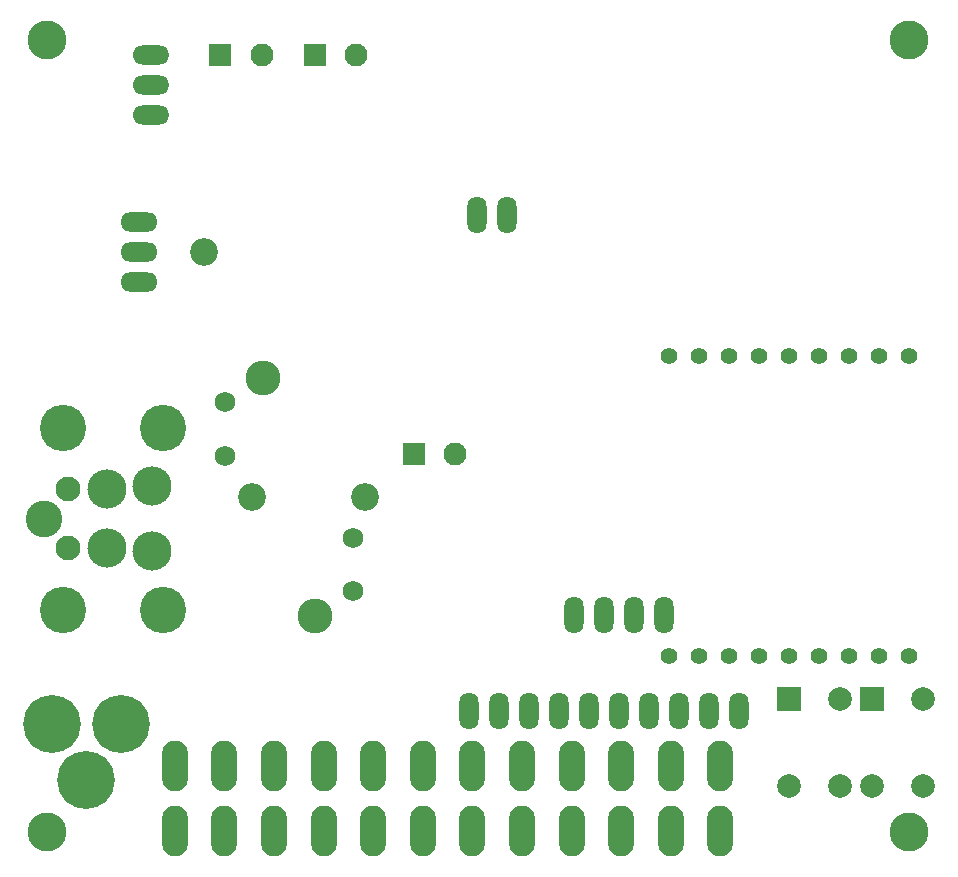
<source format=gbs>
%TF.GenerationSoftware,KiCad,Pcbnew,(5.1.6-0-10_14)*%
%TF.CreationDate,2021-04-16T11:15:05+09:00*%
%TF.ProjectId,NinjaPCB_ver2.2,4e696e6a-6150-4434-925f-766572322e32,rev?*%
%TF.SameCoordinates,Original*%
%TF.FileFunction,Soldermask,Bot*%
%TF.FilePolarity,Negative*%
%FSLAX46Y46*%
G04 Gerber Fmt 4.6, Leading zero omitted, Abs format (unit mm)*
G04 Created by KiCad (PCBNEW (5.1.6-0-10_14)) date 2021-04-16 11:15:05*
%MOMM*%
%LPD*%
G01*
G04 APERTURE LIST*
%ADD10C,3.300000*%
%ADD11C,1.951600*%
%ADD12R,1.951600X1.951600*%
%ADD13O,3.117600X1.609600*%
%ADD14O,2.201600X4.301600*%
%ADD15C,2.006600*%
%ADD16R,2.006600X2.006600*%
%ADD17O,1.625600X3.149600*%
%ADD18C,4.901600*%
%ADD19C,2.951600*%
%ADD20C,1.751600*%
%ADD21C,2.351600*%
%ADD22O,3.149600X1.625600*%
%ADD23C,1.409600*%
%ADD24C,2.100000*%
%ADD25C,3.917600*%
%ADD26C,3.101600*%
%ADD27C,3.317600*%
G04 APERTURE END LIST*
D10*
%TO.C,@HOLE0*%
X112001100Y-138503600D03*
%TD*%
%TO.C,@HOLE1*%
X112001100Y-71503600D03*
%TD*%
%TO.C,@HOLE2*%
X185001100Y-71503600D03*
%TD*%
%TO.C,@HOLE3*%
X185001100Y-138503600D03*
%TD*%
D11*
%TO.C,HEATER_POWER1*%
X130158900Y-72722800D03*
D12*
X126658900Y-72722800D03*
%TD*%
D11*
%TO.C,HEATER_TEMP1*%
X138158900Y-72722800D03*
D12*
X134658900Y-72722800D03*
%TD*%
D13*
%TO.C,FAN1*%
X120828500Y-77858000D03*
X120828500Y-75318000D03*
X120828500Y-72778000D03*
%TD*%
D14*
%TO.C,ATX1*%
X122810300Y-138431000D03*
X127010300Y-138431000D03*
X122810300Y-132931000D03*
X131210300Y-138431000D03*
X135410300Y-138431000D03*
X139610300Y-138431000D03*
X143810300Y-138431000D03*
X148010300Y-138431000D03*
X152210300Y-138431000D03*
X156410300Y-138431000D03*
X160610300Y-138431000D03*
X164810300Y-138431000D03*
X169010300Y-138431000D03*
X127010300Y-132931000D03*
X131210300Y-132931000D03*
X135410300Y-132931000D03*
X139610300Y-132931000D03*
X143810300Y-132931000D03*
X148010300Y-132931000D03*
X152210300Y-132931000D03*
X156410300Y-132931000D03*
X160610300Y-132931000D03*
X164810300Y-132931000D03*
X169010300Y-132931000D03*
%TD*%
D15*
%TO.C,RST1*%
X181842100Y-134686600D03*
X186160100Y-134686600D03*
X186160100Y-127320600D03*
D16*
X181842100Y-127320600D03*
%TD*%
D15*
%TO.C,MODE1*%
X174842100Y-134686600D03*
X179160100Y-134686600D03*
X179160100Y-127320600D03*
D16*
X174842100Y-127320600D03*
%TD*%
D17*
%TO.C,WELL_TEMP1*%
X150911100Y-86313600D03*
X148371100Y-86313600D03*
%TD*%
D18*
%TO.C,JACK1*%
X112391100Y-129403600D03*
X118291100Y-129403600D03*
X115291100Y-134103600D03*
%TD*%
D19*
%TO.C,RELAY1*%
X130280300Y-100065000D03*
X134680300Y-120265000D03*
D20*
X137930300Y-118165000D03*
X137930300Y-113665000D03*
X127030300Y-106665000D03*
X127030300Y-102165000D03*
D21*
X129380300Y-110165000D03*
X138880300Y-110165000D03*
%TD*%
D17*
%TO.C,SERIAL6*%
X147685300Y-128321000D03*
X150225300Y-128321000D03*
X152765300Y-128321000D03*
X155305300Y-128321000D03*
X157845300Y-128321000D03*
X160385300Y-128321000D03*
%TD*%
D21*
%TO.C,HEATSINK1*%
X125304900Y-89409400D03*
%TD*%
D22*
%TO.C,Q1*%
X119764900Y-91949400D03*
X119764900Y-89409400D03*
X119764900Y-86869400D03*
%TD*%
D23*
%TO.C,ESP3*%
X184965500Y-123664600D03*
X182425500Y-123664600D03*
X179885500Y-123664600D03*
X177345500Y-123664600D03*
X174805500Y-123664600D03*
X172265500Y-123664600D03*
X169725500Y-123664600D03*
X167185500Y-123664600D03*
X164645500Y-123664600D03*
X164645500Y-98264600D03*
X167185500Y-98264600D03*
X169725500Y-98264600D03*
X172265500Y-98264600D03*
X174805500Y-98264600D03*
X177345500Y-98264600D03*
X179885500Y-98264600D03*
X182425500Y-98264600D03*
X184965500Y-98264600D03*
%TD*%
D11*
%TO.C,PELTIER1*%
X146526100Y-106532800D03*
D12*
X143026100Y-106532800D03*
%TD*%
D24*
%TO.C,DIN4*%
X113751100Y-114503600D03*
X113751100Y-109503600D03*
D25*
X121801100Y-119703600D03*
X113301100Y-119703600D03*
X113301100Y-104303600D03*
X121801100Y-104303600D03*
D26*
X111701100Y-112003600D03*
D27*
X117101100Y-114503600D03*
X117101100Y-109503600D03*
X120851100Y-114753600D03*
X120851100Y-109253600D03*
%TD*%
D17*
%TO.C,IO0*%
X162925300Y-128321000D03*
X165465300Y-128321000D03*
%TD*%
%TO.C,RESET1*%
X168005300Y-128321000D03*
X170545300Y-128321000D03*
%TD*%
%TO.C,SERIAL4*%
X156575300Y-120193000D03*
X159115300Y-120193000D03*
X161655300Y-120193000D03*
X164195300Y-120193000D03*
%TD*%
M02*

</source>
